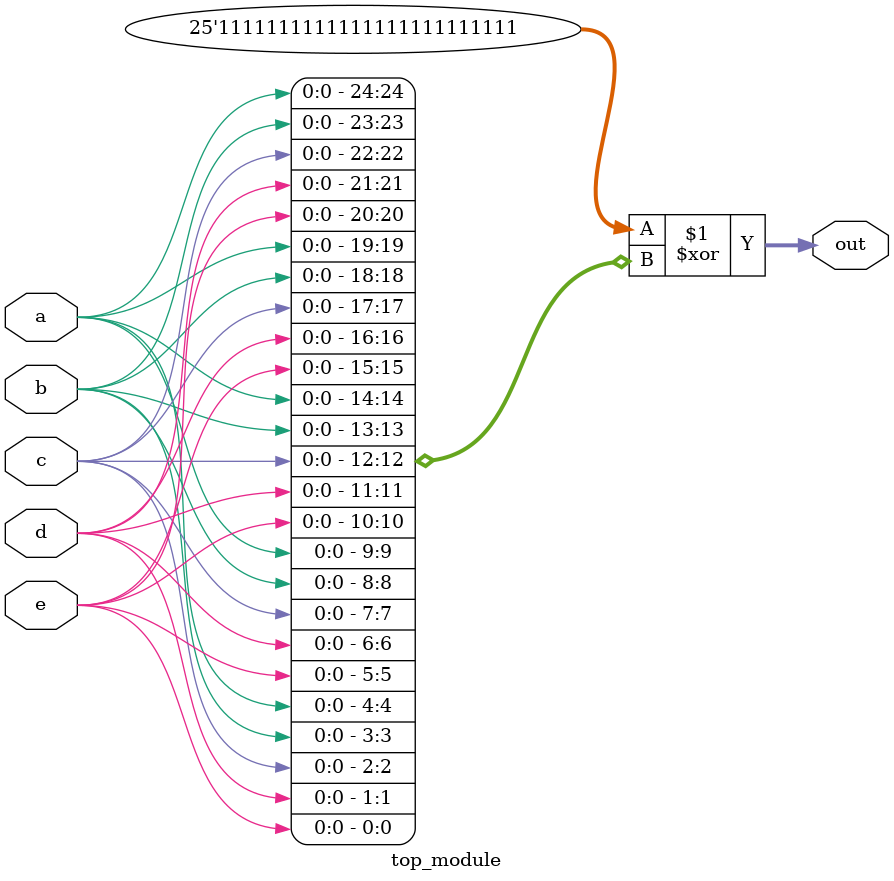
<source format=sv>
module top_module (
  input a,
  input b,
  input c,
  input d,
  input e,
  output [24:0] out
);
  assign out = (~(25'b0)) ^ ({5{a,b,c,d,e}});
endmodule

</source>
